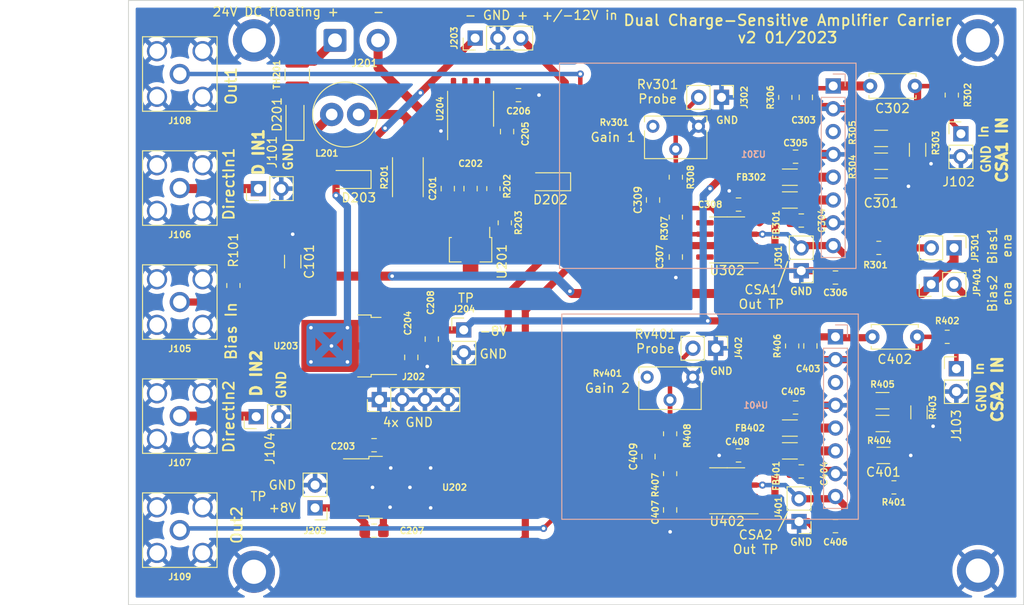
<source format=kicad_pcb>
(kicad_pcb (version 20211014) (generator pcbnew)
  (layers (0 "F.Cu" signal) (31 "B.Cu" signal) (34 "B.Paste" user) (35 "F.Paste" user) (36 "B.SilkS" user "B.Silkscreen") (37 "F.SilkS" user "F.Silkscreen") (38 "B.Mask" user) (39 "F.Mask" user) (44 "Edge.Cuts" user))
  (net 0 "")
  (net 1 "GND")
  (net 2 "-8V")
  (net 3 "+8V")
  (net 4 "Net-(C201-Pad1)")
  (net 5 "Net-(C201-Pad2)")
  (net 6 "Net-(C202-Pad1)")
  (net 7 "Net-(C203-Pad1)")
  (net 8 "Net-(C204-Pad1)")
  (net 9 "Net-(C205-Pad2)")
  (net 10 "Net-(J201-Pad1)")
  (net 11 "Net-(C309-Pad2)")
  (net 12 "Net-(L201-Pad2)")
  (net 13 "Net-(R202-Pad1)")
  (net 18 "/CSA+Amp/CSA_IN")
  (net 19 "/CSA+Amp1/CSA_IN")
  (net 20 "Net-(C301-Pad2)")
  (net 21 "Net-(C304-Pad1)")
  (net 22 "Net-(C302-Pad1)")
  (net 23 "Net-(C404-Pad1)")
  (net 27 "Net-(C302-Pad2)")
  (net 28 "Net-(C305-Pad1)")
  (net 29 "Net-(C306-Pad1)")
  (net 30 "Net-(C401-Pad2)")
  (net 31 "Net-(C402-Pad1)")
  (net 32 "Net-(C402-Pad2)")
  (net 33 "Net-(C405-Pad1)")
  (net 34 "Net-(C406-Pad1)")
  (net 35 "/CSA+Amp/BIAS_IN")
  (net 36 "/CSA+Amp/Out")
  (net 37 "/CSA+Amp1/Out")
  (net 38 "Net-(R304-Pad2)")
  (net 39 "Net-(R404-Pad2)")
  (net 40 "Net-(J302-Pad2)")
  (net 41 "Net-(J402-Pad2)")
  (net 42 "Net-(J104-Pad1)")
  (net 43 "Net-(JP301-Pad2)")
  (net 44 "Net-(JP401-Pad2)")
  (net 45 "Net-(J105-Pad1)")
  (net 46 "Net-(C409-Pad2)")
  (net 47 "Net-(D201-Pad1)")
  (net 53 "Net-(J101-Pad1)")
  (net 56 "Net-(D201-Pad2)")
  (footprint "Inductor_SMD:L_1206_3216Metric_Pad1.22x1.90mm_HandSolder" (layer "F.Cu") (at 190.5 114.3 180)
    (fp_text reference "FB301")
    (fp_text value "FerriteBead_Small")
  )
  (footprint "Connector_PinHeader_2.54mm:PinHeader_1x02_P2.54mm_Vertical" (layer "F.Cu") (at 208.788 119.634 -90)
    (fp_text reference "JP301")
    (fp_text value "Jumper_2_Open")
  )
  (footprint "Resistor_SMD:R_0805_2012Metric_Pad1.20x1.40mm_HandSolder" (layer "F.Cu") (at 157.48 113.03 90)
    (fp_text reference "R202")
    (fp_text value "7.15k")
  )
  (footprint "Capacitor_SMD:C_0805_2012Metric_Pad1.18x1.45mm_HandSolder" (layer "F.Cu") (at 160.274 102.616)
    (fp_text reference "C206")
    (fp_text value "100nF")
  )
  (footprint "MountingHole:MountingHole_2.7mm_M2.5_DIN965_Pad_TopBottom" (layer "F.Cu") (at 211.455 96.52)
    (fp_text reference "H102" hide)
    (fp_text value "MountingHole_Pad" hide)
  )
  (footprint "Package_SO:SOIC-8_3.9x4.9mm_P1.27mm" (layer "F.Cu") (at 183.515 118.745 180)
    (fp_text reference "U302")
    (fp_text value "TL071")
  )
  (footprint "Capacitor_SMD:C_0805_2012Metric_Pad1.18x1.45mm_HandSolder" (layer "F.Cu") (at 175.26 114.3 90)
    (fp_text reference "C309")
    (fp_text value "Open")
  )
  (footprint "Resistor_SMD:R_0805_2012Metric_Pad1.20x1.40mm_HandSolder" (layer "F.Cu") (at 177.8 116.205 -90)
    (fp_text reference "R307")
    (fp_text value "20k")
  )
  (footprint "Capacitor_SMD:C_0805_2012Metric_Pad1.18x1.45mm_HandSolder" (layer "F.Cu") (at 195.58 122.936 180)
    (fp_text reference "C306")
    (fp_text value "open")
  )
  (footprint "Diode_SMD:D_SOD-123" (layer "F.Cu") (at 141.605 112.014 180)
    (fp_text reference "D203")
    (fp_text value "D")
  )
  (footprint "MountingHole:MountingHole_2.7mm_M2.5_DIN965_Pad_TopBottom" (layer "F.Cu") (at 211.455 155.575)
    (fp_text reference "H103" hide)
    (fp_text value "MountingHole_Pad" hide)
  )
  (footprint "Package_TO_SOT_SMD:SOT-89-3_Handsoldering" (layer "F.Cu") (at 154.94 119.5375 -90)
    (fp_text reference "U201")
    (fp_text value "LM317L")
  )
  (footprint "Capacitor_SMD:C_0805_2012Metric_Pad1.18x1.45mm_HandSolder" (layer "F.Cu") (at 174.752 142.875 90)
    (fp_text reference "C409")
    (fp_text value "Open")
  )
  (footprint "Capacitor_SMD:C_0805_2012Metric_Pad1.18x1.45mm_HandSolder" (layer "F.Cu") (at 159.004 106.68 90)
    (fp_text reference "C205")
    (fp_text value "100nF")
  )
  (footprint "MountingHole:MountingHole_2.7mm_M2.5_DIN965_Pad_TopBottom" (layer "F.Cu") (at 130.81 96.52)
    (fp_text reference "H101" hide)
    (fp_text value "MountingHole_Pad" hide)
  )
  (footprint "Capacitor_SMD:C_0805_2012Metric_Pad1.18x1.45mm_HandSolder" (layer "F.Cu") (at 191.77 116.586)
    (fp_text reference "C304")
    (fp_text value "10uF")
  )
  (footprint "Capacitor_SMD:C_0805_2012Metric_Pad1.18x1.45mm_HandSolder" (layer "F.Cu") (at 152.4 113.03 90)
    (fp_text reference "C201")
    (fp_text value "1uF")
  )
  (footprint "Connector_PinHeader_2.54mm:PinHeader_1x03_P2.54mm_Vertical" (layer "F.Cu") (at 155.448 96.266 90)
    (fp_text reference "J203")
    (fp_text value "DC Power")
  )
  (footprint "Resistor_SMD:R_1206_3216Metric_Pad1.30x1.75mm_HandSolder" (layer "F.Cu") (at 200.66 107.442)
    (fp_text reference "R305")
    (fp_text value "100M")
  )
  (footprint "Resistor_SMD:R_0805_2012Metric_Pad1.20x1.40mm_HandSolder" (layer "F.Cu") (at 158.75 116.84 90)
    (fp_text reference "R203")
    (fp_text value "430")
  )
  (footprint "Capacitor_SMD:C_0805_2012Metric_Pad1.18x1.45mm_HandSolder" (layer "F.Cu") (at 191.135 137.414)
    (fp_text reference "C405")
    (fp_text value "10uF")
  )
  (footprint "Resistor_SMD:R_0805_2012Metric_Pad1.20x1.40mm_HandSolder" (layer "F.Cu") (at 190.754 130.556 90)
    (fp_text reference "R406")
    (fp_text value "open")
  )
  (footprint "Connector_PinHeader_2.54mm:PinHeader_1x02_P2.54mm_Vertical" (layer "F.Cu") (at 137.62 148.591 180)
    (fp_text reference "J205")
    (fp_text value "+8V")
  )
  (footprint "Capacitor_SMD:C_0805_2012Metric_Pad1.18x1.45mm_HandSolder" (layer "F.Cu") (at 148.336 131.826 -90)
    (fp_text reference "C204")
    (fp_text value "0.33uF")
  )
  (footprint "Connector_Wire:SolderWire-0.75sqmm_1x02_P4.8mm_D1.25mm_OD2.3mm" (layer "F.Cu") (at 139.84 96.52)
    (fp_text reference "J201")
    (fp_text value "Barrel_Jack")
  )
  (footprint "Connector_PinHeader_2.54mm:PinHeader_1x02_P2.54mm_Vertical" (layer "F.Cu") (at 191.521 150.114 180)
    (fp_text reference "J401")
    (fp_text value "CA probe")
  )
  (footprint "Capacitor_SMD:C_0805_2012Metric_Pad1.18x1.45mm_HandSolder" (layer "F.Cu") (at 195.58 150.622 180)
    (fp_text reference "C406")
    (fp_text value "open")
  )
  (footprint "Package_TO_SOT_SMD:TO-252-3_TabPin2" (layer "F.Cu") (at 141.395 130.556 180)
    (fp_text reference "U203")
    (fp_text value "UA79M08")
  )
  (footprint "Connector_PinHeader_2.54mm:PinHeader_1x02_P2.54mm_Vertical" (layer "F.Cu") (at 154.178 128.773)
    (fp_text reference "J204")
    (fp_text value "-8V")
  )
  (footprint "Connector_PinHeader_2.54mm:PinHeader_1x02_P2.54mm_Vertical" (layer "F.Cu") (at 209.042 133.091)
    (fp_text reference "J103")
    (fp_text value "CSA1 In")
  )
  (footprint "Connector_PinHeader_2.54mm:PinHeader_1x02_P2.54mm_Vertical" (layer "F.Cu") (at 191.77 122.179 180)
    (fp_text reference "J301")
    (fp_text value "CA probe")
  )
  (footprint "Inductor_SMD:L_1206_3216Metric_Pad1.22x1.90mm_HandSolder" (layer "F.Cu") (at 190.5 111.76 180)
    (fp_text reference "FB302")
    (fp_text value "FerriteBead_Small")
  )
  (footprint "Capacitor_SMD:C_0805_2012Metric_Pad1.18x1.45mm_HandSolder" (layer "F.Cu") (at 184.785 142.748 180)
    (fp_text reference "C408")
    (fp_text value "100nF")
  )
  (footprint "Connector_PinHeader_2.54mm:PinHeader_1x02_P2.54mm_Vertical" (layer "F.Cu") (at 209.55 106.929)
    (fp_text reference "J102")
    (fp_text value "CSA2 In")
  )
  (footprint "Connector_PinHeader_2.54mm:PinHeader_1x02_P2.54mm_Vertical" (layer "F.Cu") (at 206.243 123.698 90)
    (fp_text reference "JP401")
    (fp_text value "Jumper_2_Open")
  )
  (footprint "Package_TO_SOT_SMD:TO-252-3_TabPin2" (layer "F.Cu") (at 146.085 146.305)
    (fp_text reference "U202")
    (fp_text value "UA78M08")
  )
  (footprint "Capacitor_SMD:C_0805_2012Metric_Pad1.18x1.45mm_HandSolder" (layer "F.Cu") (at 144.1925 151.125)
    (fp_text reference "C207")
    (fp_text value "100nF")
  )
  (footprint "Resistor_SMD:R_0805_2012Metric_Pad1.20x1.40mm_HandSolder" (layer "F.Cu") (at 128.524 123.825 -90)
    (fp_text reference "R101")
    (fp_text value "1M")
  )
  (footprint "MountingHole:MountingHole_2.7mm_M2.5_DIN965_Pad_TopBottom" (layer "F.Cu") (at 130.81 155.702)
    (fp_text reference "H104" hide)
    (fp_text value "MountingHole_Pad" hide)
  )
  (footprint "Resistor_SMD:R_0805_2012Metric_Pad1.20x1.40mm_HandSolder" (layer "F.Cu") (at 200.406 119.634)
    (fp_text reference "R301")
    (fp_text value "10M")
  )
  (footprint "Inductor_SMD:L_1206_3216Metric_Pad1.22x1.90mm_HandSolder" (layer "F.Cu") (at 190.5 142.24 180)
    (fp_text reference "FB401")
    (fp_text value "FerriteBead_Small")
  )
  (footprint "Resistor_SMD:R_1206_3216Metric_Pad1.30x1.75mm_HandSolder" (layer "F.Cu") (at 200.8165 136.652)
    (fp_text reference "R405")
    (fp_text value "100M")
  )
  (footprint "Resistor_SMD:R_0805_2012Metric_Pad1.20x1.40mm_HandSolder" (layer "F.Cu") (at 177.8 111.76 -90)
    (fp_text reference "R308")
    (fp_text value "750")
  )
  (footprint "Capacitor_SMD:C_0805_2012Metric_Pad1.18x1.45mm_HandSolder" (layer "F.Cu") (at 150.622 129.794 -90)
    (fp_text reference "C208")
    (fp_text value "100nF")
  )
  (footprint "Connector_Coaxial:SMA_Amphenol_132203-12_Horizontal" (layer "F.Cu") (at 122.555 138.3665 90)
    (fp_text reference "J107")
    (fp_text value "Direct in")
  )
  (footprint "Resistor_SMD:R_1206_3216Metric_Pad1.30x1.75mm_HandSolder" (layer "F.Cu") (at 200.66 109.982)
    (fp_text reference "R304")
    (fp_text value "100M")
  )
  (footprint "Capacitor_SMD:C_0805_2012Metric_Pad1.18x1.45mm_HandSolder" (layer "F.Cu") (at 184.785 114.808 180)
    (fp_text reference "C308")
    (fp_text value "100nF")
  )
  (footprint "Connector_PinHeader_2.54mm:PinHeader_1x02_P2.54mm_Vertical" (layer "F.Cu") (at 131.313 113.03 90)
    (fp_text reference "J101")
    (fp_text value "Direct2 In")
  )
  (footprint "Connector_PinHeader_2.54mm:PinHeader_1x02_P2.54mm_Vertical" (layer "F.Cu") (at 131.059 138.43 90)
    (fp_text reference "J104")
    (fp_text value "Direct1 In")
  )
  (footprint "Connector_PinHeader_2.54mm:PinHeader_1x02_P2.54mm_Vertical" (layer "F.Cu") (at 182.885 102.87 -90)
    (fp_text reference "J302")
    (fp_text value "RV Prob")
  )
  (footprint "Resistor_SMD:R_1206_3216Metric_Pad1.30x1.75mm_HandSolder" (layer "F.Cu") (at 204.724 108.712 90)
    (fp_text reference "R303")
    (fp_text value "open")
  )
  (footprint "Resistor_SMD:R_0805_2012Metric_Pad1.20x1.40mm_HandSolder" (layer "F.Cu") (at 177.165 144.78 -90)
    (fp_text reference "R407")
    (fp_text value "20k")
  )
  (footprint "Connector_PinHeader_2.54mm:PinHeader_1x02_P2.54mm_Vertical" (layer "F.Cu") (at 182.245 130.81 -90)
    (fp_text reference "J402")
    (fp_text value "RV Prob")
  )
  (footprint "Resistor_SMD:R_0805_2012Metric_Pad1.20x1.40mm_HandSolder" (layer "F.Cu") (at 177.165 140.335 -90)
    (fp_text reference "R408")
    (fp_text value "750")
  )
  (footprint "Inductor_THT:L_Radial_D7.0mm_P3.00mm" (layer "F.Cu") (at 139.47 104.775)
    (fp_text reference "L201")
    (fp_text value "L_Small")
  )
  (footprint "Capacitor_SMD:C_0805_2012Metric_Pad1.18x1.45mm_HandSolder" (layer "F.Cu") (at 191.77 144.526)
    (fp_text reference "C404")
    (fp_text value "10uF")
  )
  (footprint "Package_SO:SOIC-8_3.9x4.9mm_P1.27mm" (layer "F.Cu") (at 154.94 104.14 90)
    (fp_text reference "U204")
    (fp_text value "TLE2426xP")
  )
  (footprint "Inductor_SMD:L_1206_3216Metric_Pad1.22x1.90mm_HandSolder" (layer "F.Cu") (at 190.5 139.7 180)
    (fp_text reference "FB402")
    (fp_text value "FerriteBead_Small")
  )
  (footprint "Diode_SMD:D_SOD-123" (layer "F.Cu") (at 163.83 112.268 180)
    (fp_text reference "D202")
    (fp_text value "D")
  )
  (footprint "Resistor_SMD:R_1206_3216Metric_Pad1.30x1.75mm_HandSolder" (layer "F.Cu") (at 200.8165 139.192)
    (fp_text reference "R404")
    (fp_text value "100M")
  )
  (footprint "Potentiometer_THT:Potentiometer_Bourns_3266W_Vertical" (layer "F.Cu") (at 179.69 134.03)
    (fp_text reference "Rv401")
    (fp_text value "10k")
  )
  (footprint "Resistor_SMD:R_0805_2012Metric_Pad1.20x1.40mm_HandSolder" (layer "F.Cu") (at 202.0865 146.304)
    (fp_text reference "R401")
    (fp_text value "10M")
  )
  (footprint "Capacitor_SMD:C_0805_2012Metric_Pad1.18x1.45mm_HandSolder" (layer "F.Cu") (at 177.165 148.8225 -90)
    (fp_text reference "C407")
    (fp_text value "100nF")
  )
  (footprint "Capacitor_THT:C_Disc_D5.0mm_W2.5mm_P5.00mm" (layer "F.Cu") (at 204.684 129.54 180)
    (fp_text reference "C402")
    (fp_text value "10n")
  )
  (footprint "Capacitor_SMD:C_1206_3216Metric_Pad1.33x1.80mm_HandSolder" (layer "F.Cu") (at 200.914 142.748 180)
    (fp_text reference "C401")
    (fp_text value "10n")
  )
  (footprint "Capacitor_SMD:C_0805_2012Metric_Pad1.18x1.45mm_HandSolder" (layer "F.Cu") (at 177.8 120.65 -90)
    (fp_text reference "C307")
    (fp_text value "100nF")
  )
  (footprint "Resistor_SMD:R_1206_3216Metric_Pad1.30x1.75mm_HandSolder" (layer "F.Cu") (at 204.8805 137.948 90)
    (fp_text reference "R403")
    (fp_text value "open")
  )
  (footprint "Capacitor_SMD:C_0805_2012Metric_Pad1.18x1.45mm_HandSolder" (layer "F.Cu") (at 144.1925 141.605)
    (fp_text reference "C203")
    (fp_text value "0.33uF")
  )
  (footprint "Connector_PinHeader_2.54mm:PinHeader_1x04_P2.54mm_Vertical" (layer "F.Cu") (at 144.78 136.525 90)
    (fp_text reference "J202")
    (fp_text value "GND")
  )
  (footprint "Resistor_SMD:R_0805_2012Metric_Pad1.20x1.40mm_HandSolder" (layer "F.Cu") (at 189.992 102.87 90)
    (fp_text reference "R306")
    (fp_text value "open")
  )
  (footprint "Capacitor_SMD:C_0805_2012Metric_Pad1.18x1.45mm_HandSolder" (layer "F.Cu") (at 192.278 102.87 90)
    (fp_text reference "C303")
    (fp_text value "open")
  )
  (footprint "Diode_SMD:D_SOD-123" (layer "F.Cu") (at 135.382 105.41 90)
    (fp_text reference "D201")
    (fp_text value "D")
  )
  (footprint "Resistor_SMD:R_2512_6332Metric_Pad1.40x3.35mm_HandSolder" (layer "F.Cu") (at 147.955 111.76 90)
    (fp_text reference "R201")
    (fp_text value "4.7")
  )
  (footprint "Capacitor_SMD:C_0805_2012Metric_Pad1.18x1.45mm_HandSolder" (layer "F.Cu") (at 192.786 130.556 90)
    (fp_text reference "C403")
    (fp_text value "open")
  )
  (footprint "Resistor_SMD:R_0805_2012Metric_Pad1.20x1.40mm_HandSolder" (layer "F.Cu") (at 208.026 129.54)
    (fp_text reference "R402")
    (fp_text value "0R")
  )
  (footprint "Fuse:Fuse_1210_3225Metric_Pad1.42x2.65mm_HandSolder" (layer "F.Cu") (at 135.636 100.33 90)
    (fp_text reference "TH201")
    (fp_text value "PTC 200mA")
  )
  (footprint "Connector_Coaxial:SMA_Amphenol_132203-12_Horizontal" (layer "F.Cu") (at 122.555 112.9665 90)
    (fp_text reference "J106")
    (fp_text value "Direct in")
  )
  (footprint "Package_SO:SOIC-8_3.9x4.9mm_P1.27mm" (layer "F.Cu") (at 183.515 146.685 180)
    (fp_text reference "U402")
    (fp_text value "TL071")
  )
  (footprint "Connector_Coaxial:SMA_Amphenol_132203-12_Horizontal" (layer "F.Cu") (at 122.555 100.2665 90)
    (fp_text reference "J108")
    (fp_text value "Output")
  )
  (footprint "Connector_Coaxial:SMA_Amphenol_132203-12_Horizontal" (layer "F.Cu") (at 122.555 151.0665 90)
    (fp_text reference "J109")
    (fp_text value "Output")
  )
  (footprint "Resistor_SMD:R_0805_2012Metric_Pad1.20x1.40mm_HandSolder" (layer "F.Cu") (at 208.534 102.616 -90)
    (fp_text reference "R302")
    (fp_text value "0R")
  )
  (footprint "Capacitor_SMD:C_1206_3216Metric_Pad1.33x1.80mm_HandSolder" (layer "F.Cu") (at 135.128 121.158 -90)
    (fp_text reference "C101")
    (fp_text value "10n")
  )
  (footprint "Capacitor_SMD:C_1206_3216Metric_Pad1.33x1.80mm_HandSolder" (layer "F.Cu") (at 200.66 112.776 180)
    (fp_text reference "C301")
    (fp_text value "10n")
  )
  (footprint "Potentiometer_THT:Potentiometer_Bourns_3266W_Vertical" (layer "F.Cu") (at 180.325 106.09)
    (fp_text reference "Rv301")
    (fp_text value "10k")
  )
  (footprint "Capacitor_SMD:C_0805_2012Metric_Pad1.18x1.45mm_HandSolder" (layer "F.Cu") (at 154.94 113.03 90)
    (fp_text reference "C202")
    (fp_text value "1uF")
  )
  (footprint "Capacitor_THT:C_Disc_D5.0mm_W2.5mm_P5.00mm" (layer "F.Cu") (at 204.43 101.6 180)
    (fp_text reference "C302")
    (fp_text value "10n")
  )
  (footprint "Connector_Coaxial:SMA_Amphenol_132203-12_Horizontal" (layer "F.Cu") (at 122.555 125.6665 90)
    (fp_text reference "J105")
    (fp_text value "Bias In")
  )
  (footprint "Capacitor_SMD:C_0805_2012Metric_Pad1.18x1.45mm_HandSolder" (layer "F.Cu") (at 191.135 109.474)
    (fp_text reference "C305")
    (fp_text value "10uF")
  )
  (footprint "CrematModules:CR11x" (layer "B.Cu") (at 195.326 110.49 180)
    (fp_text reference "U301")
    (fp_text value "CR110")
  )
  (footprint "CrematModules:CR11x" (layer "B.Cu") (at 195.58 138.43 180)
    (fp_text reference "U401")
    (fp_text value "CR110")
  )
  (gr_line (start 190.246 121.158) (end 189.23 123.952) (layer "F.SilkS") (width 0.15))
  (gr_line (start 189.23 151.13) (end 190.191 149.225) (layer "F.SilkS") (width 0.15))
  (gr_rect (start 116.84 92.075) (end 216.535 159.385) (layer "Edge.Cuts") (width 0.1) (fill none))
  (gr_text "Rv401\nProbe" (at 175.514 130.048) (layer "F.SilkS") (effects (font (size 1 1))))
  (gr_text "DirectIn2" (at 128.016 138.43 90) (layer "F.SilkS") (effects (font (size 1.2 1.2) (thickness 0.2))))
  (gr_text "GND" (at 134.62 109.474 90) (layer "F.SilkS") (effects (font (size 1 1) (thickness 0.2))))
  (gr_text "CSA2 IN" (at 213.614 135.382 90) (layer "F.SilkS") (effects (font (size 1.2 1.2) (thickness 0.3))))
  (gr_text "Bias In" (at 128.27 128.905 90) (layer "F.SilkS") (effects (font (size 1.2 1.2) (thickness 0.2))))
  (gr_text "Rv301\nProbe" (at 175.768 102.235) (layer "F.SilkS") (effects (font (size 1 1))))
  (gr_text "DirectIn1" (at 128.016 112.522 90) (layer "F.SilkS") (effects (font (size 1.2 1.2) (thickness 0.2))))
  (gr_text "GND" (at 133.858 134.874 90) (layer "F.SilkS") (effects (font (size 1 1) (thickness 0.2))))
  (gr_text "GND" (at 133.985 146.05) (layer "F.SilkS") (effects (font (size 1 1))))
  (gr_text "D IN2" (at 131.064 133.604 90) (layer "F.SilkS") (effects (font (size 1.2 1.2) (thickness 0.3))))
  (gr_text "Dual Charge-Sensitive Amplifier Carrier\nv2 01/2023" (at 190.246 95.25) (layer "F.SilkS") (effects (font (size 1.2 1.2) (thickness 0.2))))
  (gr_text "In" (at 212.09 106.68 90) (layer "F.SilkS") (effects (font (size 1 1) (thickness 0.2))))
  (gr_text "4x GND" (at 147.955 139.065) (layer "F.SilkS") (effects (font (size 1 1))))
  (gr_text "GND" (at 182.88 133.35) (layer "F.SilkS") (effects (font (size 0.8 0.8))))
  (gr_text "CSA1\nOut TP" (at 187.325 125.095) (layer "F.SilkS") (effects (font (size 1 1))))
  (gr_text "Out1" (at 128.27 101.6 90) (layer "F.SilkS") (effects (font (size 1.2 1.2) (thickness 0.2))))
  (gr_text "24V DC floating +     - " (at 136.144 93.345) (layer "F.SilkS") (effects (font (size 1 1))))
  (gr_text "-8V\n" (at 157.48 128.905) (layer "F.SilkS") (effects (font (size 1 1))))
  (gr_text "CSA1 IN" (at 214.122 108.712 90) (layer "F.SilkS") (effects (font (size 1.2 1.2) (thickness 0.3))))
  (gr_text "GND" (at 191.77 124.46) (layer "F.SilkS") (effects (font (size 0.8 0.8))))
  (gr_text "D IN1" (at 131.318 108.966 90) (layer "F.SilkS") (effects (font (size 1.2 1.2) (thickness 0.3))))
  (gr_text "In" (at 211.582 133.096 90) (layer "F.SilkS") (effects (font (size 1 1) (thickness 0.2))))
  (gr_text "Gain 2" (at 170.18 135.255) (layer "F.SilkS") (effects (font (size 1 1))))
  (gr_text "GND" (at 157.48 131.445) (layer "F.SilkS") (effects (font (size 1 1))))
  (gr_text "GND" (at 191.77 152.4) (layer "F.SilkS") (effects (font (size 0.8 0.8))))
  (gr_text "GND" (at 211.836 136.398 90) (layer "F.SilkS") (effects (font (size 1 1) (thickness 0.2))))
  (gr_text "Gain 1" (at 170.815 107.315) (layer "F.SilkS") (effects (font (size 1 1))))
  (gr_text "+8V\n" (at 133.985 148.59) (layer "F.SilkS") (effects (font (size 1 1))))
  (gr_text "TP" (at 154.432 125.222) (layer "F.SilkS") (effects (font (size 1 1))))
  (gr_text "CSA2\nOut TP" (at 186.69 152.4) (layer "F.SilkS") (effects (font (size 1 1))))
  (gr_text "- GND +  +/-12V in" (at 162.814 93.726) (layer "F.SilkS") (effects (font (size 1 1))))
  (gr_text "Out2" (at 128.905 150.495 90) (layer "F.SilkS") (effects (font (size 1.2 1.2) (thickness 0.2))))
  (gr_text "TP" (at 131.318 147.32) (layer "F.SilkS") (effects (font (size 1 1))))
  (gr_text "GND" (at 212.344 109.728 90) (layer "F.SilkS") (effects (font (size 1 1) (thickness 0.2))))
  (gr_text "GND" (at 183.515 105.41) (layer "F.SilkS") (effects (font (size 0.8 0.8))))
  (gr_text "Bias1\nena" (at 213.868 119.38 90) (layer "F.SilkS") (effects (font (size 1 1))))
  (gr_text "Bias2\nena" (at 213.868 124.714 90) (layer "F.SilkS") (effects (font (size 1 1))))
  (segment (start 202.692 128.016) (end 201.422 126.746) (width 0.8) (layer "F.Cu") (net 1))
  (segment (start 183.7475 114.0465) (end 183.7475 114.808) (width 0.8) (layer "F.Cu") (net 1))
  (segment (start 188.722 127.762) (end 188.722 130.556) (width 0.8) (layer "F.Cu") (net 1))
  (segment (start 150.0925 132.8635) (end 150.114 132.842) (width 0.8) (layer "F.Cu") (net 1))
  (segment (start 188.722 98.806) (end 187.706 99.822) (width 0.8) (layer "F.Cu") (net 1))
  (segment (start 202.438 102.87) (end 202.438 99.822) (width 0.8) (layer "F.Cu") (net 1))
  (segment (start 204.8805 139.498) (end 206.45 139.498) (width 0.8) (layer "F.Cu") (net 1))
  (segment (start 150.622 130.8315) (end 150.622 132.334) (width 0.8) (layer "F.Cu") (net 1))
  (segment (start 145.87 141.605) (end 147.6238 143.3587) (width 0.8) (layer "F.Cu") (net 1))
  (segment (start 135.128 118.11) (end 135.128 119.5955) (width 0.8) (layer "F.Cu") (net 1))
  (segment (start 195.326 104.14) (end 201.168 104.14) (width 0.8) (layer "F.Cu") (net 1))
  (segment (start 201.422 98.806) (end 188.722 98.806) (width 0.8) (layer "F.Cu") (net 1))
  (segment (start 204.978 110.262) (end 206.222 110.262) (width 0.8) (layer "F.Cu") (net 1))
  (segment (start 141.885 146.305) (end 144.018 146.305) (width 0.8) (layer "F.Cu") (net 1))
  (segment (start 177.8 122.936) (end 177.8 121.688) (width 0.8) (layer "F.Cu") (net 1))
  (segment (start 183.748 114.808) (end 183.748 114.046) (width 0.8) (layer "F.Cu") (net 1))
  (segment (start 194.164 122.5575) (end 194.5425 122.936) (width 0.8) (layer "F.Cu") (net 1))
  (segment (start 192.426 109.22) (end 195.326 109.22) (width 1) (layer "F.Cu") (net 1))
  (segment (start 192.1725 137.4135) (end 192.426 137.16) (width 0.8) (layer "F.Cu") (net 1))
  (segment (start 192.1725 109.4735) (end 192.426 109.22) (width 1) (layer "F.Cu") (net 1))
  (segment (start 187.706 99.822) (end 187.706 103.124) (width 0.8) (layer "F.Cu") (net 1))
  (segment (start 202.4765 142.748) (end 203.962 142.748) (width 0.8) (layer "F.Cu") (net 1))
  (segment (start 145.0715 133.36) (end 145.691 133.36) (width 0.5) (layer "F.Cu") (net 1))
  (segment (start 193.04 150.622) (end 194.542 150.622) (width 0.8) (layer "F.Cu") (net 1))
  (segment (start 183.748 114.046) (end 183.7475 114.0465) (width 0.8) (layer "F.Cu") (net 1))
  (segment (start 192.256 103.886) (end 189.992 103.886) (width 0.5) (layer "F.Cu") (net 1))
  (segment (start 147.6238 143.3587) (end 148.185 143.92) (width 0.8) (layer "F.Cu") (net 1))
  (segment (start 192.786 131.5935) (end 193.2725 132.08) (width 0.8) (layer "F.Cu") (net 1))
  (segment (start 191.77 122.179) (end 193.786 122.179) (width 0.8) (layer "F.Cu") (net 1))
  (segment (start 201.422 126.746) (end 189.738 126.746) (width 0.8) (layer "F.Cu") (net 1))
  (segment (start 188.722 130.556) (end 189.722 131.556) (width 0.8) (layer "F.Cu") (net 1))
  (segment (start 202.438 99.822) (end 201.422 98.806) (width 0.8) (layer "F.Cu") (net 1))
  (segment (start 188.468 103.886) (end 189.722 103.886) (width 0.8) (layer "F.Cu") (net 1))
  (segment (start 148.336 132.8635) (end 145.6225 132.8635) (width 0.8) (layer "F.Cu") (net 1))
  (segment (start 183.7475 142.748) (end 182.626 142.748) (width 0.8) (layer "F.Cu") (net 1))
  (segment (start 145.23 141.605) (end 145.87 141.605) (width 0.8) (layer "F.Cu") (net 1))
  (segment (start 202.692 131.318) (end 202.692 128.016) (width 0.8) (layer "F.Cu") (net 1))
  (segment (start 195.58 132.08) (end 201.93 132.08) (width 0.8) (layer "F.Cu") (net 1))
  (segment (start 201.93 132.08) (end 202.692 131.318) (width 0.8) (layer "F.Cu") (net 1))
  (segment (start 193.062 144.526) (end 192.8075 144.526) (width 0.8) (layer "F.Cu") (net 1))
  (segment (start 187.706 103.124) (end 188.468 103.886) (width 0.8) (layer "F.Cu") (net 1))
  (segment (start 148.336 132.8635) (end 150.0925 132.8635) (width 0.8) (layer "F.Cu") (net 1))
  (segment (start 145.23 149.26) (end 145.975 148.515) (width 0.8) (layer "F.Cu") (net 1))
  (segment (start 193.062 144.526) (end 195.326 144.526) (width 1) (layer "F.Cu") (net 1))
  (segment (start 202.2225 112.776) (end 203.708 112.776) (width 0.8) (layer "F.Cu") (net 1))
  (segment (start 190.792 131.594) (end 192.024 131.594) (width 0.8) (layer "F.Cu") (net 1))
  (segment (start 189.738 126.746) (end 188.722 127.762) (width 0.8) (layer "F.Cu") (net 1))
  (segment (start 195.326 144.526) (end 195.58 144.78) (width 1) (layer "F.Cu") (net 1))
  (segment (start 192.532 150.114) (end 193.04 150.622) (width 0.8) (layer "F.Cu") (net 1))
  (segment (start 144.018 146.305) (end 147.59 146.305) (width 0.8) (layer "F.Cu") (net 1))
  (segment (start 193.062 116.84) (end 195.326 116.84) (width 1) (layer "F.Cu") (net 1))
  (segment (start 193.2725 132.08) (end 195.580001 132.080001) (width 0.8) (layer "F.Cu") (net 1))
  (segment (start 194.164 122.5575) (end 194.542 122.936) (width 0.8) (layer "F.Cu") (net 1))
  (segment (start 201.168 104.14) (end 202.438 102.87) (width 0.8) (layer "F.Cu") (net 1))
  (segment (start 193.786 122.179) (end 194.164 122.5575) (width 0.8) (layer "F.Cu") (net 1))
  (segment (start 183.748 114.046) (end 183.748 113.284) (width 0.8) (layer "F.Cu") (net 1))
  (segment (start 189.722 131.556) (end 190.754 131.556) (width 0.8) (layer "F.Cu") (net 1))
  (segment (start 145.23 151.125) (end 145.23 149.26) (width 0.8) (layer "F.Cu") (net 1))
  (segment (start 150.622 132.334) (end 150.114 132.842) (width 0.8) (layer "F.Cu") (net 1))
  (segment (start 192.808 116.586) (end 192.935 116.713) (width 1) (layer "F.Cu") (net 1))
  (segment (start 192.935 116.713) (end 193.062 116.84) (width 1) (layer "F.Cu") (net 1))
  (segment (start 191.521 150.114) (end 192.532 150.114) (width 0.8) (layer "F.Cu") (net 1))
  (segment (start 195.072 103.886) (end 192.511 103.886) (width 0.8) (layer "F.Cu") (net 1))
  (segment (start 192.426 137.16) (end 195.58 137.16) (width 0.8) (layer "F.Cu") (net 1))
  (segment (start 177.165 149.86) (end 177.165 151.257) (width 0.8) (layer "F.Cu") (net 1))
  (segment (start 153.035 106.615) (end 151.638 106.615) (width 0.8) (layer "F.Cu") (net 1))
  (segment (start 145.855 133.096) (end 145.595 132.836) (width 0.8) (layer "F.Cu") (net 1))
  (segment (start 145.0715 133.36) (end 145.595 132.836) (width 0.5) (layer "F.Cu") (net 1))
  (segment (start 161.3115 102.616) (end 162.56 102.616) (width 0.8) (layer "F.Cu") (net 1))
  (via (at 150.495 148.59) (size 0.8) (drill 0.4) (layers "F.Cu" "B.Cu") (net 1))
  (via (at 144.018 146.305) (size 0.8) (drill 0.4) (layers "F.Cu" "B.Cu") (net 1))
  (via (at 135.128 118.11) (size 0.8) (drill 0.4) (layers "F.Cu" "B.Cu") (net 1))
  (via (at 150.114 132.842) (size 0.8) (drill 0.4) (layers "F.Cu" "B.Cu") (net 1))
  (via (at 145.975 148.515) (size 0.8) (drill 0.4) (layers "F.Cu" "B.Cu") (net 1))
  (via (at 148.185 146.305) (size 0.8) (drill 0.4) (layers "F.Cu" "B.Cu") (net 1))
  (via (at 203.962 142.748) (size 0.8) (drill 0.4) (layers "F.Cu" "B.Cu") (net 1))
  (via (at 182.626 142.748) (size 0.8) (drill 0.4) (layers "F.Cu" "B.Cu") (net 1))
  (via (at 151.638 106.615) (size 0.8) (drill 0.4) (layers "F.Cu" "B.Cu") (net 1))
  (via (at 162.56 102.616) (size 0.8) (drill 0.4) (layers "F.Cu" "B.Cu") (net 1))
  (via (at 206.45 139.498) (size 0.8) (drill 0.4) (layers "F.Cu" "B.Cu") (net 1))
  (via (at 177.165 151.257) (size 0.8) (drill 0.4) (layers "F.Cu" "B.Cu") (net 1))
  (via (at 206.222 110.262) (size 0.8) (drill 0.4) (layers "F.Cu" "B.Cu") (net 1))
  (via (at 203.708 112.776) (size 0.8) (drill 0.4) (layers "F.Cu" "B.Cu") (net 1))
  (via (at 150.495 144.145) (size 0.8) (drill 0.4) (layers "F.Cu" "B.Cu") (net 1))
  (via (at 183.748 113.284) (size 0.8) (drill 0.4) (layers "F.Cu" "B.Cu") (net 1))
  (via (at 177.8 122.936) (size 0.8) (drill 0.4) (layers "F.Cu" "B.Cu") (net 1))
  (via (at 146.05 144.145) (size 0.8) (drill 0.4) (layers "F.Cu" "B.Cu") (net 1))
  (segment (start 187.706 139.7) (end 187.706 132.588) (width 0.8) (layer "F.Cu") (net 2))
  (segment (start 187.325 116.63) (end 187.115 116.84) (width 0.8) (layer "F.Cu") (net 2))
  (segment (start 150.141499 128.276) (end 150.622001 128.756502) (width 1.2) (layer "F.Cu") (net 2))
  (segment (start 187.198 114.808) (end 185.95 114.808) (width 0.8) (layer "F.Cu") (net 2))
  (segment (start 187.325 114.935) (end 187.325 116.63) (width 0.8) (layer "F.Cu") (net 2))
  (segment (start 154.173 128.778) (end 150.643499 128.778) (width 0.8) (layer "F.Cu") (net 2))
  (segment (start 187.198 142.748) (end 187.325 142.875) (width 0.8) (layer "F.Cu") (net 2))
  (segment (start 188.8375 111.76) (end 187.325 111.76) (width 0.8) (layer "F.Cu") (net 2))
  (segment (start 185.8225 142.748) (end 187.198 142.748) (width 0.8) (layer "F.Cu") (net 2))
  (segment (start 185.99 144.78) (end 187.325 143.445) (width 0.8) (layer "F.Cu") (net 2))
  (segment (start 187.325 142.875) (end 187.325 139.7) (width 0.8) (layer "F.Cu") (net 2))
  (segment (start 187.325 139.7) (end 188.8375 139.7) (width 0.8) (layer "F.Cu") (net 2))
  (segment (start 187.325 114.935) (end 187.198 114.808) (width 0.8) (layer "F.Cu") (net 2))
  (segment (start 187.325 143.445) (end 187.325 142.875) (width 0.8) (layer "F.Cu") (net 2))
  (segment (start 182.879999 127.761999) (end 181.355999 127.761999) (width 0.8) (layer "F.Cu") (net 2))
  (segment (start 145.595 128.276) (end 150.141499 128.276) (width 1.2) (layer "F.Cu") (net 2))
  (segment (start 182.880002 111.76) (end 181.610001 113.030001) (width 0.8) (layer "F.Cu") (net 2))
  (segment (start 187.325 111.76) (end 182.880002 111.76) (width 0.8) (layer "F.Cu") (net 2))
  (segment (start 187.706 132.588) (end 182.879999 127.761999) (width 0.8) (layer "F.Cu") (net 2))
  (segment (start 187.325 111.76) (end 187.325 114.935) (width 0.8) (layer "F.Cu") (net 2))
  (via (at 181.610001 113.030001) (size 0.8) (drill 0.4) (layers "F.Cu" "B.Cu") (net 2))
  (via (at 181.355999 127.761999) (size 0.8) (drill 0.4) (layers "F.Cu" "B.Cu") (net 2))
  (segment (start 180.848 127.254) (end 181.355999 127.761999) (width 0.8) (layer "B.Cu") (net 2))
  (segment (start 155.189 127.762) (end 181.355999 127.761999) (width 0.8) (layer "B.Cu") (net 2))
  (segment (start 180.848 113.792002) (end 180.848 127.254) (width 0.8) (layer "B.Cu") (net 2))
  (segment (start 181.610001 113.030001) (end 180.848 113.792002) (width 0.8) (layer "B.Cu") (net 2))
  (segment (start 154.178 128.773) (end 155.189 127.762) (width 0.8) (layer "B.Cu") (net 2))
  (segment (start 141.885 148.585) (end 141.885 148.997) (width 0.8) (layer "F.Cu") (net 3))
  (segment (start 141.885 148.585) (end 137.626 148.585) (width 0.8) (layer "F.Cu") (net 3))
  (segment (start 188.838 115.03) (end 188.838 114.3) (width 0.8) (layer "F.Cu") (net 3))
  (segment (start 188.838 121.55) (end 188.838 115.03) (width 0.8) (layer "F.Cu") (net 3))
  (segment (start 188.838 115.03) (end 188.8375 115.0295) (width 0.8) (layer "F.Cu") (net 3))
  (segment (start 188.838 149.998) (end 188.838 142.97) (width 0.8) (layer "F.Cu") (net 3))
  (segment (start 161.036 151.892) (end 161.036 126.619) (width 0.8) (layer "F.Cu") (net 3))
  (segment (start 182.626 119.38) (end 184.912 121.666) (width 0.8) (layer "F.Cu") (net 3))
  (segment (start 182.372 147.32) (end 185.166 150.114) (width 0.8) (layer "F.Cu") (net 3))
  (segment (start 188.8375 115.0295) (end 188.8375 114.3) (width 0.8) (layer "F.Cu") (net 3))
  (segment (start 143.155 151.791) (end 144.272 152.908) (width 0.8) (layer "F.Cu") (net 3))
  (segment (start 160.02 152.908) (end 172.042 152.908) (width 0.8) (layer "F.Cu") (net 3))
  (segment (start 172.042 152.908) (end 177.165 147.785) (width 0.8) (layer "F.Cu") (net 3))
  (segment (start 188.838 142.97) (end 188.8375 142.9695) (width 0.8) (layer "F.Cu") (net 3))
  (segment (start 185.166 150.114) (end 188.722 150.114) (width 0.8) (layer "F.Cu") (net 3))
  (segment (start 143.155 151.125) (end 143.155 151.791) (width 0.8) (layer "F.Cu") (net 3))
  (segment (start 177.6525 147.6375) (end 177.97 147.32) (width 0.8) (layer "F.Cu") (net 3))
  (segment (start 177.335 147.955) (end 177.6525 147.6375) (width 0.8) (layer "F.Cu") (net 3))
  (segment (start 188.722 150.114) (end 188.838 149.998) (width 0.8) (layer "F.Cu") (net 3))
  (segment (start 141.885 148.997) (end 143.155 150.267) (width 0.8) (layer "F.Cu") (net 3))
  (segment (start 177.97 147.32) (end 182.372 147.32) (width 0.8) (layer "F.Cu") (net 3))
  (segment (start 160.02 152.908) (end 161.036 151.892) (width 0.8) (layer "F.Cu") (net 3))
  (segment (start 144.272 152.908) (end 160.02 152.908) (width 0.8) (layer "F.Cu") (net 3))
  (segment (start 177.6525 147.6375) (end 177.3125 147.6375) (width 0.8) (layer "F.Cu") (net 3))
  (segment (start 184.912 121.666) (end 188.722 121.666) (width 0.8) (layer "F.Cu") (net 3))
  (segment (start 161.036 126.619) (end 168.275 119.38) (width 0.8) (layer "F.Cu") (net 3))
  (segment (start 143.155 150.267) (end 143.155 151.125) (width 0.8) (layer "F.Cu") (net 3))
  (segment (start 188.838 142.97) (end 188.838 142.24) (width 0.8) (layer "F.Cu") (net 3))
  (segment (start 188.722 121.666) (end 188.838 121.55) (width 0.8) (layer "F.Cu") (net 3))
  (segment (start 168.275 119.38) (end 182.626 119.38) (width 0.8) (layer "F.Cu") (net 3))
  (segment (start 188.8375 142.9695) (end 188.8375 142.24) (width 0.8) (layer "F.Cu") (net 3))
  (segment (start 147.955 114.81) (end 151.6575 114.81) (width 0.8) (layer "F.Cu") (net 4))
  (segment (start 152.4 116.3475) (end 153.44 117.3875) (width 0.8) (layer "F.Cu") (net 4))
  (segment (start 151.6575 114.81) (end 152.4 114.0675) (width 0.8) (layer "F.Cu") (net 4))
  (segment (start 152.4 114.0675) (end 152.4 116.3475) (width 0.8) (layer "F.Cu") (net 4))
  (segment (start 154.9405 111.992) (end 157.442 111.992) (width 1) (layer "F.Cu") (net 5))
  (segment (start 153.537082 104.94) (end 154.305 105.707918) (width 1) (layer "F.Cu") (net 5))
  (segment (start 152.4 111.9925) (end 153.1835 111.9925) (width 0.5) (layer "F.Cu") (net 5))
  (segment (start 144.64 99.555) (end 150.025 104.94) (width 1) (layer "F.Cu") (net 5))
  (segment (start 153.184 111.992) (end 154.94 111.992) (width 1) (layer "F.Cu") (net 5))
  (segment (start 154.305 111.357) (end 154.940001 111.992001) (width 1) (layer "F.Cu") (net 5))
  (segment (start 150.025 104.94) (end 153.537082 104.94) (width 1) (layer "F.Cu") (net 5))
  (segment (start 154.305 105.707918) (end 154.305 106.615) (width 1) (layer "F.Cu") (net 5))
  (segment (start 144.64 96.52) (end 144.64 99.555) (width 1) (layer "F.Cu") (net 5))
  (segment (start 153.1835 111.9925) (end 153.184 111.992) (width 0.5) (layer "F.Cu") (net 5))
  (segment (start 143.509 112.014) (end 152.3785 112.014) (width 0.8) (layer "F.Cu") (net 5))
  (segment (start 154.305 106.615) (end 154.305 111.357) (width 1) (layer "F.Cu") (net 5))
  (segment (start 157.452 119.138) (end 158.1473 118.4427) (width 0.8) (layer "F.Cu") (net 6))
  (segment (start 159.004 107.7175) (end 158.2635 108.458) (width 0.8) (layer "F.Cu") (net 6))
  (segment (start 155.39 119.138) (end 157.452 119.138) (width 0.8) (layer "F.Cu") (net 6))
  (segment (start 158.2635 108.458) (end 155.702 108.458) (width 0.8) (layer "F.Cu") (net 6))
  (segment (start 155.575 108.331) (end 155.575 106.615) (width 0.8) (layer "F.Cu") (net 6))
  (segment (start 154.94 118.688) (end 155.39 119.138) (width 0.8) (layer "F.Cu") (net 6))
  (segment (start 154.94 114.068) (end 154.94 117.475) (width 0.8) (layer "F.Cu") (net 6))
  (segment (start 155.702 108.458) (end 155.575 108.331) (width 0.8) (layer "F.Cu") (net 6))
  (segment (start 162.18 110.8935) (end 159.004 107.7175) (width 0.8) (layer "F.Cu") (net 6))
  (segment (start 158.752082 117.84) (end 162.18 114.412082) (width 0.8) (layer "F.Cu") (net 6))
  (segment (start 158.1473 118.4427) (end 158.1493 118.4427) (width 0.5) (layer "F.Cu") (net 6))
  (segment (start 162.18 114.412082) (end 162.18 110.8935) (width 0.8) (layer "F.Cu") (net 6))
  (segment (start 158.1473 118.4427) (end 158.75 117.84) (width 0.8) (layer "F.Cu") (net 6))
  (segment (start 158.1493 118.4427) (end 158.752 117.84) (width 0.5) (layer "F.Cu") (net 6))
  (segment (start 159.131 136.271) (end 155.448 139.954) (width 0.8) (layer "F.Cu") (net 7))
  (segment (start 144.806 139.954) (end 143.155 141.605) (width 0.8) (layer "F.Cu") (net 7))
  (segment (start 165.48 118.365) (end 159.131 124.714) (width 0.8) (layer "F.Cu") (net 7))
  (segment (start 165.48 101.218) (end 165.48 118.365) (width 0.8) (layer "F.Cu") (net 7))
  (segment (start 143.155 141.605) (end 143.155 142.755) (width 0.8) (layer "F.Cu") (net 7))
  (segment (start 159.131 124.714) (end 159.131 136.271) (width 0.8) (layer "F.Cu") (net 7))
  (segment (start 160.528 96.266) (end 165.48 101.218) (width 0.8) (layer "F.Cu") (net 7))
  (segment (start 143.155 142.755) (end 141.885 144.025) (width 0.8) (layer "F.Cu") (net 7))
  (segment (start 155.448 139.954) (end 144.806 139.954) (width 0.8) (layer "F.Cu") (net 7))
  (segment (start 148.336 130.5345) (end 145.6165 130.5345) (width 0.8) (layer "F.Cu") (net 8))
  (segment (start 139.955 111.76) (end 145.415 106.300002) (width 0.8) (layer "F.Cu") (net 8))
  (segment (start 139.955 111.76) (end 139.955 113.791) (width 0.8) (layer "F.Cu") (net 8))
  (segment (start 139.955 113.791) (end 139.954 113.792) (width 0.8) (layer "F.Cu") (net 8))
  (segment (start 139.7 130.556) (end 145.595 130.556) (width 0.8) (layer "F.Cu") (net 8))
  (segment (start 155.448 96.266) (end 149.351999 102.361999) (width 0.8) (layer "F.Cu") (net 8))
  (via (at 141.224 128.524) (size 0.8) (drill 0.4) (layers "F.Cu" "B.Cu") (net 8))
  (via (at 145.415 106.300002) (size 0.8) (drill 0.4) (layers "F.Cu" "B.Cu") (net 8))
  (via (at 137.16 128.524) (size 0.8) (drill 0.4) (layers "F.Cu" "B.Cu") (net 8))
  (via (at 149.351999 102.361999) (size 0.8) (drill 0.4) (layers "F.Cu" "B.Cu") (net 8))
  (via (at 139.445998 130.555999) (size 0.8) (drill 0.4) (layers "F.Cu" "B.Cu") (net 8))
  (via (at 141.224 132.334) (size 0.8) (drill 0.4) (layers "F.Cu" "B.Cu") (net 8))
  (via (at 139.954 113.792) (size 0.8) (drill 0.4) (layers "F.Cu" "B.Cu") (net 8))
  (via (at 137.16 132.334) (size 0.8) (drill 0.4) (layers "F.Cu" "B.Cu") (net 8))
  (segment (start 137.16 128.524) (end 137.16 132.334) (width 1) (layer "B.Cu") (net 8))
  (segment (start 138.938 130.556) (end 137.16 132.334) (width 1) (layer "B.Cu") (net 8))
  (segment (start 141.224 132.334) (end 137.16 132.334) (width 1) (layer "B.Cu") (net 8))
  (segment (start 139.445998 130.302002) (end 139.445998 130.555999) (width 0.8) (layer "B.Cu") (net 8))
  (segment (start 139.294999 130.555999) (end 139.445998 130.555999) (width 1) (layer "B.Cu") (net 8))
  (segment (start 141.224 128.524) (end 141.224 132.334) (width 1) (layer "B.Cu") (net 8))
  (segment (start 138.938 130.556) (end 139.445998 130.555999) (width 0.5) (layer "B.Cu") (net 8))
  (segment (start 145.415 106.300002) (end 145.415 106.298998) (width 0.8) (layer "B.Cu") (net 8))
  (segment (start 141.224 128.524) (end 141.224 115.062) (width 0.8) (layer "B.Cu") (net 8))
  (segment (start 139.446 130.556) (end 141.224 132.334) (width 1) (layer "B.Cu") (net 8))
  (segment (start 137.16 128.524) (end 137.263 128.524) (width 0.5) (layer "B.Cu") (net 8))
  (segment (start 141.224 128.524) (end 139.445998 130.302002) (width 1) (layer "B.Cu") (net 8))
  (segment (start 139.446 130.556) (end 139.445998 130.555999) (width 0.5) (layer "B.Cu") (net 8))
  (segment (start 137.16 128.524) (end 141.224 128.524) (width 1) (layer "B.Cu") (net 8))
  (segment (start 141.224 115.062) (end 139.954 113.792) (width 0.8) (layer "B.Cu") (net 8))
  (segment (start 145.415 106.298998) (end 149.351999 102.361999) (width 0.8) (layer "B.Cu") (net 8))
  (segment (start 137.263 128.524) (end 139.294999 130.555999) (width 1) (layer "B.Cu") (net 8))
  (segment (start 153.035 102.219) (end 153.035 102.43066) (width 0.8) (layer "F.Cu") (net 9))
  (segment (start 158.1365 103.505) (end 159.004 102.6375) (width 0.8) (layer "F.Cu") (net 9))
  (segment (start 153.035 102.43066) (end 154.10934 103.505) (width 0.8) (layer "F.Cu") (net 9))
  (segment (start 156.8665 103.505) (end 158.1365 103.505) (width 0.8) (layer "F.Cu") (net 9))
  (segment (start 156.8665 103.505) (end 159.004 105.6425) (width 0.8) (layer "F.Cu") (net 9))
  (segment (start 154.10934 103.505) (end 156.8665 103.505) (width 0.8) (layer "F.Cu") (net 9))
  (segment (start 137.5175 98.8425) (end 135.636 98.8425) (width 1) (layer "F.Cu") (net 10))
  (segment (start 139.84 96.52) (end 137.5175 98.8425) (width 1) (layer "F.Cu") (net 10))
  (segment (start 183.642 117.094) (end 183.642 118.364) (width 0.5) (layer "F.Cu") (net 11))
  (segment (start 175.995 112.76) (end 177.8 112.76) (width 0.5) (layer "F.Cu") (net 11))
  (segment (start 184.658 119.38) (end 186.736 119.38) (width 0.5) (layer "F.Cu") (net 11))
  (segment (start 175.26 113.495) (end 175.995 112.76) (width 0.5) (layer "F.Cu") (net 11))
  (segment (start 183.642 118.364) (end 184.658 119.38) (width 0.5) (layer "F.Cu") (net 11))
  (segment (start 177.8 115.205) (end 181.753 115.205) (width 0.5) (layer "F.Cu") (net 11))
  (segment (start 177.8 112.76) (end 177.8 115.205) (width 0.5) (layer "F.Cu") (net 11))
  (segment (start 181.753 115.205) (end 183.642 117.094) (width 0.5) (layer "F.Cu") (net 11))
  (segment (start 147.955 105.307) (end 147.955 108.71) (width 1) (layer "F.Cu") (net 12))
  (segment (start 142.47 104.775) (end 147.423 104.775) (width 1) (layer "F.Cu") (net 12))
  (segment (start 147.423 104.775) (end 147.955 105.307) (width 1) (layer "F.Cu") (net 12))
  (segment (start 158.75 115.84) (end 157.9875 115.84) (width 0.5) (layer "F.Cu") (net 13))
  (segment (start 157.48 114.57) (end 158.75 115.84) (width 0.5) (layer "F.Cu") (net 13))
  (segment (start 157.48 114.03) (end 157.48 114.57) (width 0.5) (layer "F.Cu") (net 13))
  (segment (start 157.9875 115.84) (end 156.44 117.3875) (width 0.5) (layer "F.Cu") (net 13))
  (segment (start 208.534 105.659) (end 209.55 106.675) (width 0.5) (layer "F.Cu") (net 18))
  (segment (start 208.534 103.616) (end 208.534 105.659) (width 0.5) (layer "F.Cu") (net 18))
  (segment (start 209.042 133.091) (end 209.042 129.556) (width 0.5) (layer "F.Cu") (net 19))
  (segment (start 199.0975 112.776) (end 199.0975 109.9945) (width 0.5) (layer "F.Cu") (net 20))
  (segment (start 199.136 119.364) (end 199.136 112.8145) (width 0.8) (layer "F.Cu") (net 20))
  (segment (start 199.39 119.618) (end 199.136 119.364) (width 0.8) (layer "F.Cu") (net 20))
  (segment (start 190.7325 116.0895) (end 190.7325 116.586) (width 0.5) (layer "F.Cu") (net 21))
  (segment (start 191.77 114.3) (end 190.732 115.338) (width 0.5) (layer "F.Cu") (net 21))
  (segment (start 190.732 116.089) (end 190.732 116.84) (width 0.5) (layer "F.Cu") (net 21))
  (segment (start 190.732 115.338) (end 190.732 116.089) (width 0.5) (layer "F.Cu") (net 21))
  (segment (start 190.732 116.089) (end 190.7325 116.0895) (width 0.5) (layer "F.Cu") (net 21))
  (segment (start 192.162 114.3) (end 191.77 114.3) (width 0.5) (layer "F.Cu") (net 21))
  (segment (start 195.326 114.3) (end 192.1625 114.3) (width 1) (layer "F.Cu") (net 21))
  (segment (start 204.444 107.442) (end 202.21 107.442) (width 0.8) (layer "F.Cu") (net 22))
  (segment (start 204.724 107.162) (end 204.724 101.894) (width 0.8) (layer "F.Cu") (net 22))
  (segment (start 204.724 107.162) (end 204.444 107.442) (width 0.8) (layer "F.Cu") (net 22))
  (segment (start 208.534 101.616) (end 204.446 101.616) (width 0.5) (layer "F.Cu") (net 22))
  (segment (start 204.724 101.894) (end 204.43 101.6) (width 0.8) (layer "F.Cu") (net 22))
  (segment (start 195.58 142.24) (end 192.1625 142.24) (width 1) (layer "F.Cu") (net 23))
  (segment (start 192.162 142.24) (end 190.732 143.67) (width 0.5) (layer "F.Cu") (net 23))
  (segment (start 190.732 143.67) (end 190.732 144.225) (width 0.5) (layer "F.Cu") (net 23))
  (segment (start 199.292 101.6) (end 195.58 101.6) (width 1) (layer "F.Cu") (net 27))
  (segment (start 192.278 101.854) (end 190.008 101.854) (width 0.5) (layer "F.Cu") (net 27))
  (segment (start 195.072 101.854) (end 192.532 101.854) (width 0.5) (layer "F.Cu") (net 27))
  (segment (start 195.326 111.76) (end 192.1625 111.76) (width 1) (layer "F.Cu") (net 28))
  (segment (start 191.648778 111.76) (end 190.098 110.209222) (width 0.5) (layer "F.Cu") (net 28))
  (segment (start 190.098 110.209222) (end 190.098 109.695) (width 0.5) (layer "F.Cu") (net 28))
  (segment (start 192.162 111.76) (end 191.648778 111.76) (width 0.5) (layer "F.Cu") (net 28))
  (segment (start 186.69 118.11) (end 187.452 118.11) (width 0.5) (layer "F.Cu") (net 29))
  (segment (start 195.58 119.38) (end 196.6175 120.4175) (width 0.8) (layer "F.Cu") (net 29))
  (segment (start 196.6175 120.4175) (end 196.6175 122.936002) (width 0.8) (layer "F.Cu") (net 29))
  (segment (start 192.029 119.38) (end 195.326 119.38) (width 0.8) (layer "F.Cu") (net 29))
  (via (at 187.452 118.11) (size 0.8) (drill 0.4) (layers "F.Cu" "B.Cu") (net 29))
  (segment (start 191.77 119.639) (end 190.241 118.11) (width 0.5) (layer "B.Cu") (net 29))
  (segment (start 190.241 118.11) (end 187.452 118.11) (width 0.5) (layer "B.Cu") (net 29))
  (segment (start 201.0865 144.483) (end 201.0865 146.304) (width 0.8) (layer "F.Cu") (net 30))
  (segment (start 201.0865 144.483) (end 199.3515 142.748) (width 0.8) (layer "F.Cu") (net 30))
  (segment (start 199.3515 142.748) (end 199.3515 139.277) (width 0.8) (layer "F.Cu") (net 30))
  (segment (start 202.3665 136.652) (end 204.3145 136.652) (width 0.5) (layer "F.Cu") (net 31))
  (segment (start 204.8805 136.398) (end 204.8805 129.7365) (width 0.8) (layer "F.Cu") (net 31))
  (segment (start 207.264 129.54) (end 204.684 129.54) (width 0.5) (layer "F.Cu") (net 31))
  (segment (start 198.8825 129.638) (end 195.678 129.638) (width 0.8) (layer "F.Cu") (net 32))
  (segment (start 195.58 129.54) (end 192.786 129.54) (width 0.8) (layer "F.Cu") (net 32))
  (segment (start 192.786 129.54) (end 190.77 129.54) (width 0.8) (layer "F.Cu") (net 32))
  (segment (start 190.098 138.466645) (end 191.331355 139.7) (width 0.5) (layer "F.Cu") (net 33))
  (segment (start 191.331355 139.7) (end 192.162 139.7) (width 0.5) (layer "F.Cu") (net 33))
  (segment (start 195.58 139.7) (end 192.1625 139.7) (width 1) (layer "F.Cu") (net 33))
  (segment (start 190.098 137.635) (end 190.098 138.466645) (width 0.5) (layer "F.Cu") (net 33))
  (segment (start 195.58 147.32) (end 196.618 148.358) (width 0.8) (layer "F.Cu") (net 34))
  (segment (start 185.99 146.05) (end 187.452 146.05) (width 0.5) (layer "F.Cu") (net 34))
  (segment (start 196.618 149.49) (end 196.6175 149.4905) (width 0.8) (layer "F.Cu") (net 34))
  (segment (start 196.618 149.49) (end 196.618 150.622) (width 0.8) (layer "F.Cu") (net 34))
  (segment (start 195.326 147.574) (end 191.521 147.574) (width 0.8) (layer "F.Cu") (net 34))
  (segment (start 196.618 148.358) (end 196.618 149.49) (width 0.8) (layer "F.Cu") (net 34))
  (segment (start 196.6175 149.4905) (end 196.6175 150.622) (width 0.8) (layer "F.Cu") (net 34))
  (via (at 187.452 146.05) (size 0.8) (drill 0.4) (layers "F.Cu" "B.Cu") (net 34))
  (segment (start 189.997 146.05) (end 187.452 146.05) (width 0.5) (layer "B.Cu") (net 34))
  (segment (start 191.521 147.574) (end 189.997 146.05) (width 0.5) (layer "B.Cu") (net 34))
  (segment (start 128.5695 122.7795) (end 146.206499 122.779501) (width 1) (layer "F.Cu") (net 35))
  (segment (start 208.788 121.153) (end 208.788 119.634) (width 1) (layer "F.Cu") (net 35))
  (segment (start 166.0055 124.460001) (end 166.259499 124.714) (width 1) (layer "F.Cu") (net 35))
  (segment (start 205.227 124.714) (end 208.788 121.153) (width 1) (layer "F.Cu") (net 35))
  (segment (start 166.259499 124.714) (end 205.227 124.714) (width 1) (layer "F.Cu") (net 35))
  (via (at 146.206499 122.779501) (size 0.8) (drill 0.4) (layers "F.Cu" "B.Cu") (net 35))
  (via (at 166.0055 124.460001) (size 0.8) (drill 0.4) (layers "F.Cu" "B.Cu") (net 35))
  (segment (start 166.0055 124.460001) (end 164.325 122.779501) (width 1) (layer "B.Cu") (net 35))
  (segment (start 164.325 122.779501) (end 146.206499 122.779501) (width 1) (layer "B.Cu") (net 35))
  (segment (start 171.815 117.205) (end 167.160863 112.550863) (width 0.5) (layer "F.Cu") (net 36))
  (segment (start 167.160863 112.550863) (end 167.160863 100.265999) (width 0.5) (layer "F.Cu") (net 36))
  (segment (start 178.705 118.11) (end 177.8 117.205) (width 0.5) (layer "F.Cu") (net 36))
  (segment (start 177.8 117.205) (end 171.815 117.205) (width 0.5) (layer "F.Cu") (net 36))
  (segment (start 175.9325 115.3375) (end 177.8 117.205) (width 0.5) (layer "F.Cu") (net 36))
  (segment (start 175.26 115.3375) (end 175.9325 115.3375) (width 0.5) (layer "F.Cu") (net 36))
  (segment (start 181.04 118.11) (end 178.705 118.11) (width 0.5) (layer "F.Cu") (net 36))
  (via (at 167.160863 100.265999) (size 0.8) (drill 0.4) (layers "F.Cu" "B.Cu") (net 36))
  (segment (start 122.5555 100.266) (end 167.160863 100.265999) (width 0.5) (layer "B.Cu") (net 36))
  (segment (start 174.625 143.9125) (end 176.4925 145.78) (width 0.5) (layer "F.Cu") (net 37))
  (segment (start 181.04 146.05) (end 177.435 146.05) (width 0.5) (layer "F.Cu") (net 37))
  (segment (start 168.164 145.78) (end 163.067999 150.876001) (width 0.5) (layer "F.Cu") (net 37))
  (segment (start 177.165 145.78) (end 168.164 145.78) (width 0.5) (layer "F.Cu") (net 37))
  (segment (start 176.4925 145.78) (end 177.165 145.78) (width 0.5) (layer "F.Cu") (net 37))
  (via (at 163.067999 150.876001) (size 0.8) (drill 0.4) (layers "F.Cu" "B.Cu") (net 37))
  (segment (start 123.04 150.876) (end 163.067999 150.876001) (width 0.5) (layer "B.Cu") (net 37))
  (segment (start 199.11 107.442) (end 199.67 107.442) (width 0.5) (layer "F.Cu") (net 38))
  (segment (start 199.67 107.442) (end 202.21 109.982) (width 0.5) (layer "F.Cu") (net 38))
  (segment (start 199.2665 136.652) (end 199.8265 136.652) (width 0.5) (layer "F.Cu") (net 39))
  (segment (start 199.8265 136.652) (end 202.3665 139.192) (width 0.5) (layer "F.Cu") (net 39))
  (segment (start 177.8 109.7025) (end 177.8 108.645) (width 0.5) (layer "F.Cu") (net 40))
  (segment (start 177.785 109.6875) (end 177.785 108.63) (width 0.5) (layer "F.Cu") (net 40))
  (segment (start 177.8 109.7025) (end 177.785 109.6875) (width 0.5) (layer "F.Cu") (net 40))
  (segment (start 177.8 110.76) (end 177.8 109.7025) (width 0.5) (layer "F.Cu") (net 40))
  (segment (start 177.785 105.43) (end 180.345 102.87) (width 0.5) (layer "F.Cu") (net 40))
  (segment (start 177.785 108.63) (end 177.785 105.43) (width 0.5) (layer "F.Cu") (net 40))
  (segment (start 177.15 137.945) (end 177.15 136.57) (width 0.5) (layer "F.Cu") (net 41))
  (segment (start 177.165 137.96) (end 177.15 137.945) (width 0.5) (layer "F.Cu") (net 41))
  (segment (start 177.15 133.365) (end 179.705 130.81) (width 0.5) (layer "F.Cu") (net 41))
  (segment (start 177.165 139.335) (end 177.165 137.96) (width 0.5) (layer "F.Cu") (net 41))
  (segment (start 177.165 137.96) (end 177.165 136.585) (width 0.5) (layer "F.Cu") (net 41))
  (segment (start 177.15 136.57) (end 177.15 133.365) (width 0.5) (layer "F.Cu") (net 41))
  (segment (start 122.5555 138.366) (end 130.868 138.366) (width 1) (layer "F.Cu") (net 42))
  (segment (start 206.248 119.634) (end 201.406 119.634) (width 0.8) (layer "F.Cu") (net 43))
  (segment (start 211.836 146.304) (end 203.0865 146.304) (width 0.8) (layer "F.Cu") (net 44))
  (segment (start 213.614 128.529) (end 213.614 144.526) (width 0.8) (layer "F.Cu") (net 44))
  (segment (start 213.614 144.526) (end 211.836 146.304) (width 0.8) (layer "F.Cu") (net 44))
  (segment (start 208.783 123.698) (end 213.614 128.529) (width 0.8) (layer "F.Cu") (net 44))
  (segment (start 127.849 125.2455) (end 128.1035 125.2455) (width 0.5) (layer "F.Cu") (net 45))
  (segment (start 127.849 125.2455) (end 128.27 124.825) (width 0.8) (layer "F.Cu") (net 45))
  (segment (start 127.428 125.666) (end 127.849 125.2455) (width 0.8) (layer "F.Cu") (net 45))
  (segment (start 122.5555 125.666) (end 127.428 125.666) (width 0.8) (layer "F.Cu") (net 45))
  (segment (start 128.1035 125.2455) (end 128.524 124.825) (width 0.5) (layer "F.Cu") (net 45))
  (segment (start 177.165 141.335) (end 177.165 143.78) (width 0.5) (layer "F.Cu") (net 46))
  (segment (start 177.165 141.335) (end 176.6625 141.8375) (width 0.5) (layer "F.Cu") (net 46))
  (segment (start 176.6625 141.8375) (end 174.625 141.8375) (width 0.5) (layer "F.Cu") (net 46))
  (segment (start 181.88 143.78) (end 185.42 147.32) (width 0.5) (layer "F.Cu") (net 46))
  (segment (start 177.165 143.78) (end 181.88 143.78) (width 0.5) (layer "F.Cu") (net 46))
  (segment (start 135.382 107.06) (end 137.185 107.06) (width 1) (layer "F.Cu") (net 47))
  (segment (start 137.185 107.06) (end 139.47 104.775) (width 1) (layer "F.Cu") (net 47))
  (segment (start 122.6185 113.03) (end 131.313 113.03) (width 1) (layer "F.Cu") (net 53))
  (segment (start 135.89 101.8175) (end 135.382 102.3255) (width 1) (layer "F.Cu") (net 56))
  (segment (start 135.382 102.3255) (end 135.382 103.76) (width 1) (layer "F.Cu") (net 56))
  (zone (net 1) (net_name "GND") (layer "B.Cu") (connect_pads (clearance 0.8)) (min_thickness 0.254) (fill yes (thermal_gap 0.508) (thermal_bridge_width 0.508))
    (polygon (pts (xy 215.9 158.75) (xy 117.475 158.75) (xy 117.475 92.71) (xy 215.9 92.71)))
  )
)
</source>
